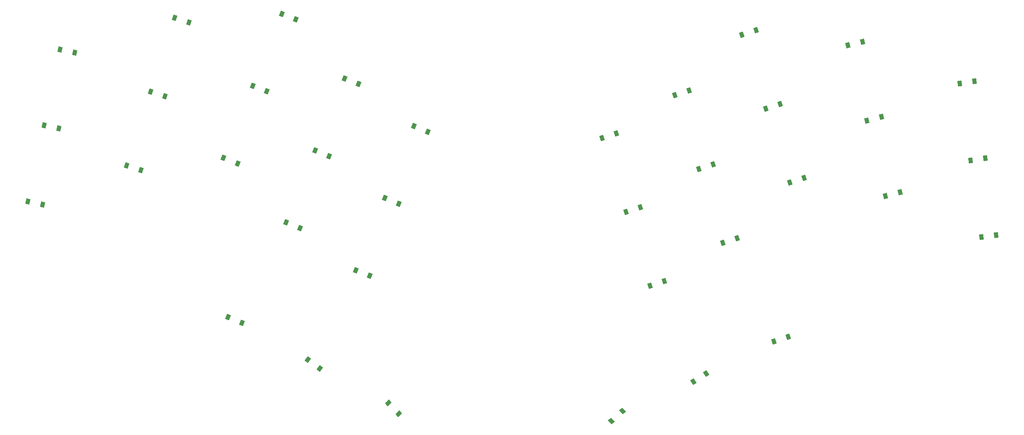
<source format=gbr>
%TF.GenerationSoftware,KiCad,Pcbnew,9.0.0*%
%TF.CreationDate,2025-06-15T19:28:49-07:00*%
%TF.ProjectId,flexible-determinist,666c6578-6962-46c6-952d-64657465726d,v1.0.0*%
%TF.SameCoordinates,Original*%
%TF.FileFunction,Paste,Top*%
%TF.FilePolarity,Positive*%
%FSLAX46Y46*%
G04 Gerber Fmt 4.6, Leading zero omitted, Abs format (unit mm)*
G04 Created by KiCad (PCBNEW 9.0.0) date 2025-06-15 19:28:49*
%MOMM*%
%LPD*%
G01*
G04 APERTURE LIST*
G04 Aperture macros list*
%AMRotRect*
0 Rectangle, with rotation*
0 The origin of the aperture is its center*
0 $1 length*
0 $2 width*
0 $3 Rotation angle, in degrees counterclockwise*
0 Add horizontal line*
21,1,$1,$2,0,0,$3*%
G04 Aperture macros list end*
%ADD10RotRect,0.900000X1.200000X338.000000*%
%ADD11RotRect,0.900000X1.200000X18.000000*%
%ADD12RotRect,0.900000X1.200000X14.000000*%
%ADD13RotRect,0.900000X1.200000X342.000000*%
%ADD14RotRect,0.900000X1.200000X33.000000*%
%ADD15RotRect,0.900000X1.200000X313.000000*%
%ADD16RotRect,0.900000X1.200000X348.000000*%
%ADD17RotRect,0.900000X1.200000X8.000000*%
%ADD18RotRect,0.900000X1.200000X323.000000*%
%ADD19RotRect,0.900000X1.200000X43.000000*%
G04 APERTURE END LIST*
D10*
%TO.C,D9*%
X112954434Y-88617498D03*
X116014144Y-89853698D03*
%TD*%
D11*
%TO.C,D25*%
X224029888Y-125594715D03*
X227168372Y-124574965D03*
%TD*%
D12*
%TO.C,D24*%
X236778609Y-95514073D03*
X239980579Y-94715737D03*
%TD*%
D11*
%TO.C,D26*%
X218776598Y-109426749D03*
X221915082Y-108406999D03*
%TD*%
%TO.C,D34*%
X220603638Y-160354758D03*
X223742122Y-159335008D03*
%TD*%
D13*
%TO.C,D6*%
X89519677Y-89461524D03*
X92658165Y-90481280D03*
%TD*%
D10*
%TO.C,D16*%
X101210973Y-155056122D03*
X104270683Y-156292322D03*
%TD*%
D14*
%TO.C,D35*%
X202969683Y-169183729D03*
X205737297Y-167386421D03*
%TD*%
D15*
%TO.C,D18*%
X136262627Y-173793848D03*
X138513221Y-176207314D03*
%TD*%
D16*
%TO.C,D2*%
X60950541Y-113050758D03*
X64178431Y-113736866D03*
%TD*%
D11*
%TO.C,D29*%
X204129709Y-122597509D03*
X207268193Y-121577759D03*
%TD*%
%TO.C,D31*%
X193500058Y-148132014D03*
X196638542Y-147112264D03*
%TD*%
%TO.C,D27*%
X213523313Y-93258794D03*
X216661797Y-92239044D03*
%TD*%
D17*
%TO.C,D21*%
X261200801Y-103865105D03*
X264468689Y-103405835D03*
%TD*%
D10*
%TO.C,D12*%
X126646890Y-102777890D03*
X129706600Y-104014090D03*
%TD*%
D17*
%TO.C,D19*%
X265932689Y-137534213D03*
X269200577Y-137074943D03*
%TD*%
D13*
%TO.C,D4*%
X79013102Y-121797440D03*
X82151590Y-122817196D03*
%TD*%
D10*
%TO.C,D11*%
X120278580Y-118540018D03*
X123338290Y-119776218D03*
%TD*%
D11*
%TO.C,D33*%
X182993487Y-115796086D03*
X186131971Y-114776336D03*
%TD*%
%TO.C,D30*%
X198876426Y-106429548D03*
X202014910Y-105409798D03*
%TD*%
D17*
%TO.C,D20*%
X263566750Y-120699653D03*
X266834638Y-120240383D03*
%TD*%
D10*
%TO.C,D15*%
X141837776Y-113229537D03*
X144897486Y-114465737D03*
%TD*%
%TO.C,D14*%
X135469463Y-128991666D03*
X138529173Y-130227866D03*
%TD*%
D13*
%TO.C,D5*%
X84266385Y-105629486D03*
X87404873Y-106649242D03*
%TD*%
D10*
%TO.C,D8*%
X106586117Y-104379618D03*
X109645827Y-105615818D03*
%TD*%
D12*
%TO.C,D22*%
X245003951Y-128504130D03*
X248205921Y-127705794D03*
%TD*%
D16*
%TO.C,D3*%
X64485028Y-96422246D03*
X67712918Y-97108354D03*
%TD*%
D18*
%TO.C,D17*%
X118610297Y-164343874D03*
X121245795Y-166329864D03*
%TD*%
D11*
%TO.C,D28*%
X209382997Y-138765469D03*
X212521481Y-137745719D03*
%TD*%
D10*
%TO.C,D10*%
X113910267Y-134302143D03*
X116969977Y-135538343D03*
%TD*%
D11*
%TO.C,D32*%
X188246759Y-131964045D03*
X191385243Y-130944295D03*
%TD*%
D10*
%TO.C,D13*%
X129101147Y-144753795D03*
X132160857Y-145989995D03*
%TD*%
D12*
%TO.C,D23*%
X240891288Y-112009100D03*
X244093258Y-111210764D03*
%TD*%
D10*
%TO.C,D7*%
X100217815Y-120141749D03*
X103277525Y-121377949D03*
%TD*%
D16*
%TO.C,D1*%
X57416029Y-129679263D03*
X60643919Y-130365371D03*
%TD*%
D19*
%TO.C,D36*%
X185055319Y-177832594D03*
X187468785Y-175582000D03*
%TD*%
M02*

</source>
